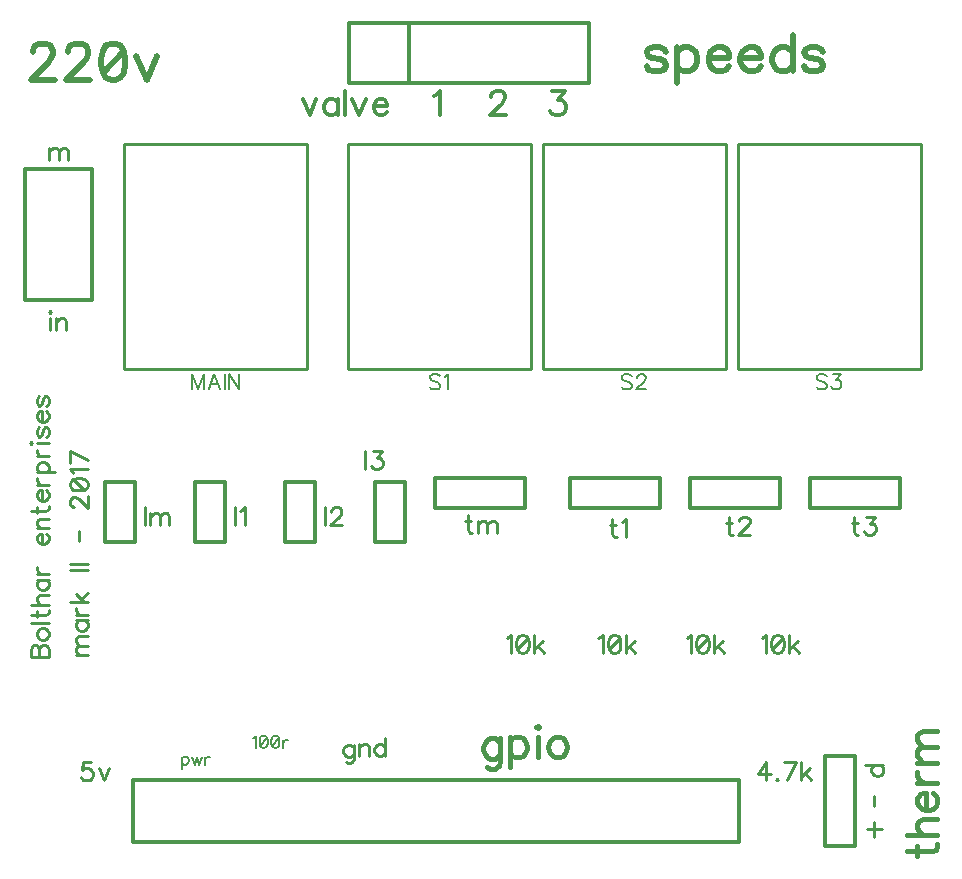
<source format=gto>
G04 DipTrace 3.1.0.1*
G04 Controller.GTO*
%MOMM*%
G04 #@! TF.FileFunction,Legend,Top*
G04 #@! TF.Part,Single*
%ADD10C,0.25*%
%ADD15C,0.3*%
%ADD30C,0.19608*%
%ADD31C,0.23529*%
%ADD32C,0.39216*%
%ADD33C,0.47059*%
%ADD34C,0.31373*%
%ADD35C,0.15686*%
%FSLAX35Y35*%
G04*
G71*
G90*
G75*
G01*
G04 TopSilk*
%LPD*%
X2025167Y5349793D2*
D10*
Y7259793D1*
X3575167D1*
Y5349793D1*
X2025167D1*
X3914293D2*
Y7259793D1*
X5464293D1*
Y5349793D1*
X3914293D1*
X5565293D2*
Y7259793D1*
X7115293D1*
Y5349793D1*
X5565293D1*
X7216293D2*
Y7259793D1*
X8766293D1*
Y5349793D1*
X7216293D1*
X3927293Y8283793D2*
D15*
X5959293D1*
Y7775793D1*
X3927293D1*
Y8283793D1*
X2101667Y1870297D2*
X7229293D1*
Y1346420D1*
X2101667D1*
Y1870297D1*
X7959543Y2076670D2*
X8213543D1*
Y1314670D1*
X7959543D1*
Y2076670D1*
X4657543Y4426170D2*
X5419543D1*
Y4172170D1*
X4657543D1*
Y4426170D1*
X5800543D2*
X6562543D1*
Y4172170D1*
X5800543D1*
Y4426170D1*
X6816543D2*
X7578543D1*
Y4172170D1*
X6816543D1*
Y4426170D1*
X7832543D2*
X8594543D1*
Y4172170D1*
X7832543D1*
Y4426170D1*
X1863543Y4394420D2*
X2117543D1*
Y3886417D1*
X1863543D1*
Y4394420D1*
X2625543D2*
X2879543D1*
Y3886417D1*
X2625543D1*
Y4394420D1*
X3387543D2*
X3641543D1*
Y3886417D1*
X3387543D1*
Y4394420D1*
X4149543D2*
X4403543D1*
Y3886417D1*
X4149543D1*
Y4394420D1*
X1180920Y7045543D2*
X1752420D1*
Y5934293D1*
X1180920D1*
Y7045543D1*
X4435293Y8267920D2*
Y7775793D1*
X2698736Y5179109D2*
D30*
Y5306718D1*
X2650163Y5179109D1*
X2601590Y5306718D1*
Y5179109D1*
X2835239D2*
X2786525Y5306718D1*
X2737952Y5179109D1*
X2756202Y5221645D2*
X2816989D1*
X2874454Y5306718D2*
Y5179109D1*
X2998743Y5306718D2*
Y5179109D1*
X2913670Y5306718D1*
Y5179109D1*
X4696990Y5288468D2*
X4684917Y5300682D1*
X4666667Y5306718D1*
X4642381D1*
X4624131Y5300682D1*
X4611917Y5288468D1*
Y5276395D1*
X4618094Y5264182D1*
X4624131Y5258145D1*
X4636204Y5252109D1*
X4672704Y5239895D1*
X4684917Y5233859D1*
X4690954Y5227682D1*
X4696990Y5215609D1*
Y5197359D1*
X4684917Y5185286D1*
X4666667Y5179109D1*
X4642381D1*
X4624131Y5185286D1*
X4611917Y5197359D1*
X4736206Y5282291D2*
X4748419Y5288468D1*
X4766669Y5306578D1*
Y5179109D1*
X6320685Y5288468D2*
X6308612Y5300682D1*
X6290362Y5306718D1*
X6266076D1*
X6247826Y5300682D1*
X6235612Y5288468D1*
Y5276395D1*
X6241789Y5264182D1*
X6247826Y5258145D1*
X6259899Y5252109D1*
X6296399Y5239895D1*
X6308612Y5233859D1*
X6314649Y5227682D1*
X6320685Y5215609D1*
Y5197359D1*
X6308612Y5185286D1*
X6290362Y5179109D1*
X6266076D1*
X6247826Y5185286D1*
X6235612Y5197359D1*
X6366078Y5276255D2*
Y5282291D1*
X6372115Y5294505D1*
X6378151Y5300541D1*
X6390365Y5306578D1*
X6414651D1*
X6426724Y5300541D1*
X6432761Y5294505D1*
X6438938Y5282291D1*
Y5270218D1*
X6432761Y5258005D1*
X6420688Y5239895D1*
X6359901Y5179109D1*
X6444974D1*
X7971685Y5288468D2*
X7959612Y5300682D1*
X7941362Y5306718D1*
X7917076D1*
X7898826Y5300682D1*
X7886612Y5288468D1*
Y5276395D1*
X7892789Y5264182D1*
X7898826Y5258145D1*
X7910899Y5252109D1*
X7947399Y5239895D1*
X7959612Y5233859D1*
X7965649Y5227682D1*
X7971685Y5215609D1*
Y5197359D1*
X7959612Y5185286D1*
X7941362Y5179109D1*
X7917076D1*
X7898826Y5185286D1*
X7886612Y5197359D1*
X8023115Y5306578D2*
X8089797D1*
X8053438Y5258005D1*
X8071688D1*
X8083761Y5251968D1*
X8089797Y5245932D1*
X8095974Y5227682D1*
Y5215609D1*
X8089797Y5197359D1*
X8077724Y5185145D1*
X8059474Y5179109D1*
X8041224D1*
X8023115Y5185145D1*
X8017078Y5191322D1*
X8010901Y5203395D1*
X2196918Y4179863D2*
D31*
Y4026732D1*
X2243977Y4128819D2*
Y4026732D1*
Y4099676D2*
X2265877Y4121576D1*
X2280533Y4128819D1*
X2302265D1*
X2316921Y4121576D1*
X2324165Y4099676D1*
Y4026732D1*
Y4099676D2*
X2346065Y4121576D1*
X2360721Y4128819D1*
X2382452D1*
X2397108Y4121576D1*
X2404521Y4099676D1*
Y4026732D1*
X2958918Y4179863D2*
Y4026732D1*
X3005977Y4150551D2*
X3020633Y4157963D1*
X3042533Y4179695D1*
Y4026732D1*
X5207980Y2222634D2*
D32*
Y2028061D1*
X5195907Y1991841D1*
X5183834Y1979488D1*
X5159407Y1967414D1*
X5122907D1*
X5098761Y1979488D1*
X5207980Y2186134D2*
X5183834Y2210280D1*
X5159407Y2222634D1*
X5122907D1*
X5098761Y2210280D1*
X5074334Y2186134D1*
X5062261Y2149634D1*
Y2125207D1*
X5074334Y2088988D1*
X5098761Y2064561D1*
X5122907Y2052488D1*
X5159407D1*
X5183834Y2064561D1*
X5207980Y2088988D1*
X5286412Y2234707D2*
Y1979488D1*
Y2198207D2*
X5310839Y2222353D1*
X5334985Y2234707D1*
X5371485D1*
X5395912Y2222353D1*
X5420058Y2198207D1*
X5432412Y2161707D1*
Y2137280D1*
X5420058Y2101061D1*
X5395912Y2076634D1*
X5371485Y2064561D1*
X5334985D1*
X5310839Y2076634D1*
X5286412Y2101061D1*
X5510843Y2319780D2*
X5522916Y2307707D1*
X5535270Y2319780D1*
X5522916Y2332134D1*
X5510843Y2319780D1*
X5522916Y2234707D2*
Y2064561D1*
X5674348Y2234707D2*
X5650201Y2222634D1*
X5625775Y2198207D1*
X5613701Y2161707D1*
Y2137561D1*
X5625775Y2101061D1*
X5650201Y2076914D1*
X5674348Y2064561D1*
X5710848D1*
X5735275Y2076914D1*
X5759421Y2101061D1*
X5771775Y2137561D1*
Y2161707D1*
X5759421Y2198207D1*
X5735275Y2222634D1*
X5710848Y2234707D1*
X5674348D1*
X3720918Y4179863D2*
D31*
Y4026732D1*
X3775389Y4143307D2*
Y4150551D1*
X3782633Y4165207D1*
X3789877Y4172451D1*
X3804533Y4179695D1*
X3833677D1*
X3848165Y4172451D1*
X3855408Y4165207D1*
X3862821Y4150551D1*
Y4136063D1*
X3855408Y4121407D1*
X3840921Y4099676D1*
X3767977Y4026732D1*
X3870065D1*
X4066058Y4656117D2*
Y4502985D1*
X4127773Y4655948D2*
X4207792D1*
X4164161Y4597660D1*
X4186061D1*
X4200548Y4590417D1*
X4207792Y4583173D1*
X4215205Y4561273D1*
Y4546785D1*
X4207792Y4524885D1*
X4193305Y4510229D1*
X4171405Y4502985D1*
X4149505D1*
X4127773Y4510229D1*
X4120529Y4517641D1*
X4113117Y4532129D1*
X1247291Y8031661D2*
D33*
Y8046149D1*
X1261778Y8075461D1*
X1276266Y8089949D1*
X1305578Y8104436D1*
X1363866D1*
X1392841Y8089949D1*
X1407329Y8075461D1*
X1422154Y8046149D1*
Y8017173D1*
X1407329Y7987861D1*
X1378354Y7944398D1*
X1232466Y7798510D1*
X1436641D1*
X1545584Y8031661D2*
Y8046149D1*
X1560071Y8075461D1*
X1574559Y8089949D1*
X1603871Y8104436D1*
X1662159D1*
X1691134Y8089949D1*
X1705622Y8075461D1*
X1720447Y8046149D1*
Y8017173D1*
X1705622Y7987861D1*
X1676647Y7944398D1*
X1530759Y7798510D1*
X1734934D1*
X1916652Y8104436D2*
X1872852Y8089949D1*
X1843540Y8046149D1*
X1829052Y7973373D1*
Y7929573D1*
X1843540Y7856798D1*
X1872852Y7812998D1*
X1916652Y7798510D1*
X1945628D1*
X1989428Y7812998D1*
X2018403Y7856798D1*
X2033228Y7929573D1*
Y7973373D1*
X2018403Y8046149D1*
X1989428Y8089949D1*
X1945628Y8104436D1*
X1916652D1*
X2018403Y8046149D2*
X1843540Y7856798D1*
X2127345Y8002685D2*
X2214945Y7798510D1*
X2302208Y8002685D1*
X1744600Y2020698D2*
D31*
X1671824D1*
X1664580Y1955167D1*
X1671824Y1962410D1*
X1693724Y1969823D1*
X1715456D1*
X1737356Y1962410D1*
X1752012Y1947923D1*
X1759256Y1926023D1*
Y1911535D1*
X1752012Y1889635D1*
X1737356Y1874979D1*
X1715456Y1867735D1*
X1693724D1*
X1671824Y1874979D1*
X1664580Y1882391D1*
X1657168Y1896879D1*
X1806315Y1969823D2*
X1850115Y1867735D1*
X1893746Y1969823D1*
X4933445Y4116370D2*
Y3992382D1*
X4940689Y3970651D1*
X4955345Y3963238D1*
X4969832D1*
X4911545Y4065326D2*
X4962589D1*
X5016891D2*
Y3963238D1*
Y4036182D2*
X5038791Y4058082D1*
X5053447Y4065326D1*
X5075179D1*
X5089835Y4058082D1*
X5097079Y4036182D1*
Y3963238D1*
Y4036182D2*
X5118979Y4058082D1*
X5133635Y4065326D1*
X5155367D1*
X5170023Y4058082D1*
X5177435Y4036182D1*
Y3963238D1*
X6155818Y4084620D2*
Y3960632D1*
X6163062Y3938901D1*
X6177718Y3931488D1*
X6192206D1*
X6133918Y4033576D2*
X6184962D1*
X6239265Y4055308D2*
X6253921Y4062720D1*
X6275821Y4084451D1*
Y3931488D1*
X7140068Y4100493D2*
Y3976506D1*
X7147312Y3954774D1*
X7161968Y3947362D1*
X7176456D1*
X7118168Y4049449D2*
X7169212D1*
X7230927Y4063937D2*
Y4071181D1*
X7238171Y4085837D1*
X7245415Y4093081D1*
X7260071Y4100325D1*
X7289215D1*
X7303702Y4093081D1*
X7310946Y4085837D1*
X7318358Y4071181D1*
Y4056693D1*
X7310946Y4042037D1*
X7296458Y4020306D1*
X7223515Y3947362D1*
X7325602D1*
X8203695Y4100493D2*
Y3976506D1*
X8210939Y3954774D1*
X8225595Y3947362D1*
X8240082D1*
X8181795Y4049449D2*
X8232839D1*
X8301797Y4100325D2*
X8381817D1*
X8338185Y4042037D1*
X8360085D1*
X8374573Y4034793D1*
X8381817Y4027549D1*
X8389229Y4005649D1*
Y3991162D1*
X8381817Y3969262D1*
X8367329Y3954606D1*
X8345429Y3947362D1*
X8323529D1*
X8301797Y3954606D1*
X8294554Y3962018D1*
X8287141Y3976506D1*
X5260795Y3071058D2*
X5275451Y3078470D1*
X5297351Y3100201D1*
Y2947238D1*
X5388210Y3100201D2*
X5366310Y3092958D1*
X5351654Y3071058D1*
X5344410Y3034670D1*
Y3012770D1*
X5351654Y2976382D1*
X5366310Y2954482D1*
X5388210Y2947238D1*
X5402697D1*
X5424597Y2954482D1*
X5439085Y2976382D1*
X5446497Y3012770D1*
Y3034670D1*
X5439085Y3071058D1*
X5424597Y3092958D1*
X5402697Y3100201D1*
X5388210D1*
X5439085Y3071058D2*
X5351654Y2976382D1*
X5493556Y3100370D2*
Y2947238D1*
X5566500Y3049326D2*
X5493556Y2976382D1*
X5522700Y3005526D2*
X5573744Y2947238D1*
X6038668Y3071058D2*
X6053324Y3078470D1*
X6075224Y3100201D1*
Y2947238D1*
X6166083Y3100201D2*
X6144183Y3092958D1*
X6129527Y3071058D1*
X6122283Y3034670D1*
Y3012770D1*
X6129527Y2976382D1*
X6144183Y2954482D1*
X6166083Y2947238D1*
X6180571D1*
X6202471Y2954482D1*
X6216958Y2976382D1*
X6224371Y3012770D1*
Y3034670D1*
X6216958Y3071058D1*
X6202471Y3092958D1*
X6180571Y3100201D1*
X6166083D1*
X6216958Y3071058D2*
X6129527Y2976382D1*
X6271430Y3100370D2*
Y2947238D1*
X6344373Y3049326D2*
X6271430Y2976382D1*
X6300573Y3005526D2*
X6351617Y2947238D1*
X6784795Y3071058D2*
X6799451Y3078470D1*
X6821351Y3100201D1*
Y2947238D1*
X6912210Y3100201D2*
X6890310Y3092958D1*
X6875654Y3071058D1*
X6868410Y3034670D1*
Y3012770D1*
X6875654Y2976382D1*
X6890310Y2954482D1*
X6912210Y2947238D1*
X6926697D1*
X6948597Y2954482D1*
X6963085Y2976382D1*
X6970497Y3012770D1*
Y3034670D1*
X6963085Y3071058D1*
X6948597Y3092958D1*
X6926697Y3100201D1*
X6912210D1*
X6963085Y3071058D2*
X6875654Y2976382D1*
X7017556Y3100370D2*
Y2947238D1*
X7090500Y3049326D2*
X7017556Y2976382D1*
X7046700Y3005526D2*
X7097744Y2947238D1*
X7419795Y3071058D2*
X7434451Y3078470D1*
X7456351Y3100201D1*
Y2947238D1*
X7547210Y3100201D2*
X7525310Y3092958D1*
X7510654Y3071058D1*
X7503410Y3034670D1*
Y3012770D1*
X7510654Y2976382D1*
X7525310Y2954482D1*
X7547210Y2947238D1*
X7561697D1*
X7583597Y2954482D1*
X7598085Y2976382D1*
X7605497Y3012770D1*
Y3034670D1*
X7598085Y3071058D1*
X7583597Y3092958D1*
X7561697Y3100201D1*
X7547210D1*
X7598085Y3071058D2*
X7510654Y2976382D1*
X7652556Y3100370D2*
Y2947238D1*
X7725500Y3049326D2*
X7652556Y2976382D1*
X7681700Y3005526D2*
X7732744Y2947238D1*
X8653454Y1266015D2*
D32*
X8860100D1*
X8896319Y1278088D1*
X8908673Y1302515D1*
Y1326661D1*
X8738527Y1229515D2*
Y1314588D1*
X8653454Y1405092D2*
X8908673D1*
X8787100D2*
X8750600Y1441592D1*
X8738527Y1466019D1*
Y1502519D1*
X8750600Y1526665D1*
X8787100Y1538738D1*
X8908673D1*
X8811527Y1617170D2*
Y1762889D1*
X8787100D1*
X8762673Y1750816D1*
X8750600Y1738743D1*
X8738527Y1714316D1*
Y1677816D1*
X8750600Y1653670D1*
X8775027Y1629243D1*
X8811527Y1617170D1*
X8835673D1*
X8872173Y1629243D1*
X8896319Y1653670D1*
X8908673Y1677816D1*
Y1714316D1*
X8896319Y1738743D1*
X8872173Y1762889D1*
X8738527Y1841320D2*
X8908673D1*
X8811527D2*
X8775027Y1853674D1*
X8750600Y1877820D1*
X8738527Y1902247D1*
Y1938747D1*
Y2017178D2*
X8908673D1*
X8787100D2*
X8750600Y2053678D1*
X8738527Y2078105D1*
Y2114325D1*
X8750600Y2138752D1*
X8787100Y2150825D1*
X8908673D1*
X8787100D2*
X8750600Y2187325D1*
X8738527Y2211752D1*
Y2247971D1*
X8750600Y2272398D1*
X8787100Y2284752D1*
X8908673D1*
X7460989Y1867735D2*
D31*
Y2020698D1*
X7388045Y1918779D1*
X7497376D1*
X7551679Y1882391D2*
X7544435Y1874979D1*
X7551679Y1867735D1*
X7559091Y1874979D1*
X7551679Y1882391D1*
X7635294Y1867735D2*
X7708238Y2020698D1*
X7606150D1*
X7755297Y2020867D2*
Y1867735D1*
X7828240Y1969823D2*
X7755297Y1896879D1*
X7784440Y1926023D2*
X7835484Y1867735D1*
X8374326Y1517706D2*
Y1386474D1*
X8308795Y1452006D2*
X8440026D1*
X1231670Y2909875D2*
X1384802D1*
Y2975575D1*
X1377389Y2997475D1*
X1370146Y3004719D1*
X1355658Y3011963D1*
X1333758D1*
X1319102Y3004719D1*
X1311858Y2997475D1*
X1304614Y2975575D1*
X1297202Y2997475D1*
X1289958Y3004719D1*
X1275470Y3011963D1*
X1260814D1*
X1246326Y3004719D1*
X1238914Y2997475D1*
X1231670Y2975575D1*
Y2909875D1*
X1304614D2*
Y2975575D1*
X1282714Y3095409D2*
X1289958Y3080921D1*
X1304614Y3066265D1*
X1326514Y3059021D1*
X1341002D1*
X1362902Y3066265D1*
X1377389Y3080921D1*
X1384802Y3095409D1*
Y3117309D1*
X1377389Y3131965D1*
X1362902Y3146453D1*
X1341002Y3153865D1*
X1326514D1*
X1304614Y3146453D1*
X1289958Y3131965D1*
X1282714Y3117309D1*
Y3095409D1*
X1231670Y3200924D2*
X1384802D1*
X1231670Y3269883D2*
X1355658D1*
X1377389Y3277127D1*
X1384802Y3291783D1*
Y3306270D1*
X1282714Y3247983D2*
Y3299027D1*
X1231670Y3353329D2*
X1384802D1*
X1311858D2*
X1289958Y3375229D1*
X1282714Y3389885D1*
Y3411785D1*
X1289958Y3426273D1*
X1311858Y3433517D1*
X1384802D1*
X1282714Y3568007D2*
X1384802D1*
X1304614D2*
X1289958Y3553520D1*
X1282714Y3538863D1*
Y3517132D1*
X1289958Y3502476D1*
X1304614Y3487988D1*
X1326514Y3480576D1*
X1341002D1*
X1362902Y3487988D1*
X1377389Y3502476D1*
X1384802Y3517132D1*
Y3538863D1*
X1377389Y3553520D1*
X1362902Y3568007D1*
X1282714Y3615066D2*
X1384802D1*
X1326514D2*
X1304614Y3622478D1*
X1289958Y3636966D1*
X1282714Y3651622D1*
Y3673522D1*
X1326514Y3868717D2*
Y3956148D1*
X1311858D1*
X1297202Y3948905D1*
X1289958Y3941661D1*
X1282714Y3927005D1*
Y3905105D1*
X1289958Y3890617D1*
X1304614Y3875961D1*
X1326514Y3868717D1*
X1341002D1*
X1362902Y3875961D1*
X1377389Y3890617D1*
X1384802Y3905105D1*
Y3927005D1*
X1377389Y3941661D1*
X1362902Y3956148D1*
X1282714Y4003207D2*
X1384802D1*
X1311858D2*
X1289958Y4025107D1*
X1282714Y4039763D1*
Y4061495D1*
X1289958Y4076151D1*
X1311858Y4083395D1*
X1384802D1*
X1231670Y4152354D2*
X1355658D1*
X1377389Y4159598D1*
X1384802Y4174254D1*
Y4188741D1*
X1282714Y4130454D2*
Y4181498D1*
X1326514Y4235800D2*
Y4323232D1*
X1311858D1*
X1297202Y4315988D1*
X1289958Y4308744D1*
X1282714Y4294088D1*
Y4272188D1*
X1289958Y4257700D1*
X1304614Y4243044D1*
X1326514Y4235800D1*
X1341002D1*
X1362902Y4243044D1*
X1377389Y4257700D1*
X1384802Y4272188D1*
Y4294088D1*
X1377389Y4308744D1*
X1362902Y4323232D1*
X1282714Y4370291D2*
X1384802D1*
X1326514D2*
X1304614Y4377703D1*
X1289958Y4392191D1*
X1282714Y4406847D1*
Y4428747D1*
Y4475806D2*
X1435845D1*
X1304614D2*
X1290126Y4490462D1*
X1282714Y4504949D1*
Y4526849D1*
X1290126Y4541506D1*
X1304614Y4555993D1*
X1326514Y4563406D1*
X1341170D1*
X1362902Y4555993D1*
X1377558Y4541506D1*
X1384802Y4526849D1*
Y4504949D1*
X1377558Y4490462D1*
X1362902Y4475806D1*
X1282714Y4610464D2*
X1384802D1*
X1326514D2*
X1304614Y4617877D1*
X1289958Y4632364D1*
X1282714Y4647021D1*
Y4668921D1*
X1231670Y4715979D2*
X1238914Y4723223D1*
X1231670Y4730636D1*
X1224258Y4723223D1*
X1231670Y4715979D1*
X1282714Y4723223D2*
X1384802D1*
X1304614Y4857882D2*
X1289958Y4850638D1*
X1282714Y4828738D1*
Y4806838D1*
X1289958Y4784938D1*
X1304614Y4777694D1*
X1319102Y4784938D1*
X1326514Y4799594D1*
X1333758Y4835982D1*
X1341002Y4850638D1*
X1355658Y4857882D1*
X1362902D1*
X1377389Y4850638D1*
X1384802Y4828738D1*
Y4806838D1*
X1377389Y4784938D1*
X1362902Y4777694D1*
X1326514Y4904941D2*
Y4992372D1*
X1311858D1*
X1297202Y4985129D1*
X1289958Y4977885D1*
X1282714Y4963229D1*
Y4941329D1*
X1289958Y4926841D1*
X1304614Y4912185D1*
X1326514Y4904941D1*
X1341002D1*
X1362902Y4912185D1*
X1377389Y4926841D1*
X1384802Y4941329D1*
Y4963229D1*
X1377389Y4977885D1*
X1362902Y4992372D1*
X1304614Y5119619D2*
X1289958Y5112375D1*
X1282714Y5090475D1*
Y5068575D1*
X1289958Y5046675D1*
X1304614Y5039431D1*
X1319102Y5046675D1*
X1326514Y5061331D1*
X1333758Y5097719D1*
X1341002Y5112375D1*
X1355658Y5119619D1*
X1362902D1*
X1377389Y5112375D1*
X1384802Y5090475D1*
Y5068575D1*
X1377389Y5046675D1*
X1362902Y5039431D1*
X1613674Y2928165D2*
X1715762D1*
X1642818D2*
X1620918Y2950065D1*
X1613674Y2964721D1*
Y2986453D1*
X1620918Y3001109D1*
X1642818Y3008353D1*
X1715762D1*
X1642818D2*
X1620918Y3030253D1*
X1613674Y3044909D1*
Y3066640D1*
X1620918Y3081296D1*
X1642818Y3088709D1*
X1715762D1*
X1613674Y3223199D2*
X1715762D1*
X1635574D2*
X1620918Y3208711D1*
X1613674Y3194055D1*
Y3172324D1*
X1620918Y3157667D1*
X1635574Y3143180D1*
X1657474Y3135767D1*
X1671962D1*
X1693862Y3143180D1*
X1708349Y3157667D1*
X1715762Y3172324D1*
Y3194055D1*
X1708349Y3208711D1*
X1693862Y3223199D1*
X1613674Y3270258D2*
X1715762D1*
X1657474D2*
X1635574Y3277670D1*
X1620918Y3292158D1*
X1613674Y3306814D1*
Y3328714D1*
X1562630Y3375773D2*
X1715762D1*
X1613674Y3448717D2*
X1686618Y3375773D1*
X1657474Y3404917D2*
X1715762Y3455960D1*
X1562630Y3651155D2*
X1715762D1*
X1562630Y3698214D2*
X1715762D1*
X1639280Y3893408D2*
Y3977639D1*
X1599186Y4180246D2*
X1591942D1*
X1577286Y4187490D1*
X1570042Y4194734D1*
X1562799Y4209390D1*
Y4238534D1*
X1570042Y4253021D1*
X1577286Y4260265D1*
X1591942Y4267678D1*
X1606430D1*
X1621086Y4260265D1*
X1642818Y4245778D1*
X1715762Y4172834D1*
Y4274921D1*
X1562799Y4365780D2*
X1570042Y4343880D1*
X1591942Y4329224D1*
X1628330Y4321980D1*
X1650230D1*
X1686618Y4329224D1*
X1708518Y4343880D1*
X1715762Y4365780D1*
Y4380268D1*
X1708518Y4402168D1*
X1686618Y4416656D1*
X1650230Y4424068D1*
X1628330D1*
X1591942Y4416656D1*
X1570042Y4402168D1*
X1562799Y4380268D1*
Y4365780D1*
X1591942Y4416656D2*
X1686618Y4329224D1*
X1591942Y4471127D2*
X1584530Y4485783D1*
X1562799Y4507683D1*
X1715762D1*
Y4583886D2*
X1562799Y4656829D1*
Y4554742D1*
X1387295Y5830867D2*
X1394539Y5823623D1*
X1401951Y5830867D1*
X1394539Y5838279D1*
X1387295Y5830867D1*
X1394539Y5779823D2*
Y5677735D1*
X1449010Y5779823D2*
Y5677735D1*
Y5750679D2*
X1470910Y5772579D1*
X1485566Y5779823D1*
X1507297D1*
X1521954Y5772579D1*
X1529197Y5750679D1*
Y5677735D1*
X1387288Y7224446D2*
Y7122358D1*
Y7195302D2*
X1409188Y7217202D1*
X1423844Y7224446D1*
X1445576D1*
X1460232Y7217202D1*
X1467476Y7195302D1*
Y7122358D1*
Y7195302D2*
X1489376Y7217202D1*
X1504032Y7224446D1*
X1525763D1*
X1540420Y7217202D1*
X1547832Y7195302D1*
Y7122358D1*
X3534336Y7634708D2*
D34*
X3592736Y7498591D1*
X3650912Y7634708D1*
X3830232D2*
Y7498591D1*
Y7605508D2*
X3810915Y7625050D1*
X3791374Y7634708D1*
X3762398D1*
X3742857Y7625050D1*
X3723540Y7605508D1*
X3713657Y7576308D1*
Y7556991D1*
X3723540Y7527791D1*
X3742857Y7508474D1*
X3762398Y7498591D1*
X3791374D1*
X3810915Y7508474D1*
X3830232Y7527791D1*
X3892977Y7702767D2*
Y7498591D1*
X3955722Y7634708D2*
X4014122Y7498591D1*
X4072298Y7634708D1*
X4135043Y7576308D2*
X4251618D1*
Y7595850D1*
X4241960Y7615391D1*
X4232301Y7625050D1*
X4212760Y7634708D1*
X4183560D1*
X4164243Y7625050D1*
X4144701Y7605508D1*
X4135043Y7576308D1*
Y7556991D1*
X4144701Y7527791D1*
X4164243Y7508474D1*
X4183560Y7498591D1*
X4212760D1*
X4232301Y7508474D1*
X4251618Y7527791D1*
X4645590Y7663677D2*
X4665131Y7673560D1*
X4694331Y7702535D1*
Y7498584D1*
X5131723Y7654018D2*
Y7663677D1*
X5141381Y7683218D1*
X5151040Y7692877D1*
X5170581Y7702535D1*
X5209440D1*
X5228757Y7692877D1*
X5238415Y7683218D1*
X5248298Y7663677D1*
Y7644360D1*
X5238415Y7624818D1*
X5219098Y7595843D1*
X5121840Y7498584D1*
X5257957D1*
X5649381Y7702535D2*
X5756073D1*
X5697898Y7624818D1*
X5727098D1*
X5746415Y7615160D1*
X5756073Y7605501D1*
X5765957Y7576301D1*
Y7556984D1*
X5756073Y7527784D1*
X5736757Y7508243D1*
X5707557Y7498584D1*
X5678357D1*
X5649381Y7508243D1*
X5639723Y7518126D1*
X5629840Y7537443D1*
X6607685Y8030415D2*
D33*
X6593197Y8059728D1*
X6549397Y8074215D1*
X6505597D1*
X6461797Y8059728D1*
X6447309Y8030415D1*
X6461797Y8001440D1*
X6491109Y7986615D1*
X6563885Y7972128D1*
X6593197Y7957640D1*
X6607685Y7928328D1*
Y7913840D1*
X6593197Y7884865D1*
X6549397Y7870040D1*
X6505597D1*
X6461797Y7884865D1*
X6447309Y7913840D1*
X6701802Y8074215D2*
Y7767952D1*
Y8030415D2*
X6731115Y8059391D1*
X6760090Y8074215D1*
X6803890D1*
X6833202Y8059391D1*
X6862178Y8030415D1*
X6877002Y7986615D1*
Y7957303D1*
X6862178Y7913840D1*
X6833202Y7884528D1*
X6803890Y7870040D1*
X6760090D1*
X6731115Y7884528D1*
X6701802Y7913840D1*
X6971120Y7986615D2*
X7145983D1*
Y8015928D1*
X7131495Y8045240D1*
X7117008Y8059728D1*
X7087695Y8074215D1*
X7043895D1*
X7014920Y8059728D1*
X6985608Y8030415D1*
X6971120Y7986615D1*
Y7957640D1*
X6985608Y7913840D1*
X7014920Y7884865D1*
X7043895Y7870040D1*
X7087695D1*
X7117008Y7884865D1*
X7145983Y7913840D1*
X7240101Y7986615D2*
X7414964D1*
Y8015928D1*
X7400476Y8045240D1*
X7385989Y8059728D1*
X7356676Y8074215D1*
X7312876D1*
X7283901Y8059728D1*
X7254589Y8030415D1*
X7240101Y7986615D1*
Y7957640D1*
X7254589Y7913840D1*
X7283901Y7884865D1*
X7312876Y7870040D1*
X7356676D1*
X7385989Y7884865D1*
X7414964Y7913840D1*
X7683945Y8176303D2*
Y7870040D1*
Y8030415D2*
X7654969Y8059728D1*
X7625657Y8074215D1*
X7581857D1*
X7552882Y8059728D1*
X7523569Y8030415D1*
X7509082Y7986615D1*
Y7957640D1*
X7523569Y7913840D1*
X7552882Y7884865D1*
X7581857Y7870040D1*
X7625657D1*
X7654969Y7884865D1*
X7683945Y7913840D1*
X7938438Y8030415D2*
X7923950Y8059728D1*
X7880150Y8074215D1*
X7836350D1*
X7792550Y8059728D1*
X7778062Y8030415D1*
X7792550Y8001440D1*
X7821862Y7986615D1*
X7894638Y7972128D1*
X7923950Y7957640D1*
X7938438Y7928328D1*
Y7913840D1*
X7923950Y7884865D1*
X7880150Y7870040D1*
X7836350D1*
X7792550Y7884865D1*
X7778062Y7913840D1*
X3967100Y2168952D2*
D31*
Y2052208D1*
X3959856Y2030477D1*
X3952612Y2023065D1*
X3937956Y2015821D1*
X3916056D1*
X3901568Y2023065D1*
X3967100Y2147052D2*
X3952612Y2161540D1*
X3937956Y2168952D1*
X3916056D1*
X3901568Y2161540D1*
X3886912Y2147052D1*
X3879668Y2125152D1*
Y2110496D1*
X3886912Y2088765D1*
X3901568Y2074108D1*
X3916056Y2066865D1*
X3937956D1*
X3952612Y2074108D1*
X3967100Y2088765D1*
X4014158Y2176196D2*
Y2074108D1*
Y2147052D2*
X4036058Y2168952D1*
X4050715Y2176196D1*
X4072446D1*
X4087102Y2168952D1*
X4094346Y2147052D1*
Y2074108D1*
X4228836Y2227240D2*
Y2074108D1*
Y2154296D2*
X4214349Y2168952D1*
X4199693Y2176196D1*
X4177793D1*
X4163305Y2168952D1*
X4148649Y2154296D1*
X4141405Y2132396D1*
Y2117908D1*
X4148649Y2096008D1*
X4163305Y2081521D1*
X4177793Y2074108D1*
X4199693D1*
X4214349Y2081521D1*
X4228836Y2096008D1*
X2510496Y2067567D2*
D35*
Y1965480D1*
Y2052967D2*
X2520267Y2062626D1*
X2529926Y2067567D1*
X2544526D1*
X2554296Y2062626D1*
X2563955Y2052967D1*
X2568896Y2038367D1*
Y2028597D1*
X2563955Y2014109D1*
X2554296Y2004338D1*
X2544526Y1999509D1*
X2529926D1*
X2520267Y2004338D1*
X2510496Y2014109D1*
X2600269Y2067567D2*
X2619698Y1999509D1*
X2639127Y2067567D1*
X2658557Y1999509D1*
X2677986Y2067567D1*
X2709358D2*
Y1999509D1*
Y2038367D2*
X2714300Y2052967D1*
X2723958Y2062738D1*
X2733729Y2067567D1*
X2748329D1*
X3113746Y2224928D2*
X3123517Y2229870D1*
X3138117Y2244358D1*
Y2142382D1*
X3198690Y2244358D2*
X3184090Y2239528D1*
X3174319Y2224928D1*
X3169490Y2200670D1*
Y2186070D1*
X3174319Y2161811D1*
X3184090Y2147211D1*
X3198690Y2142382D1*
X3208348D1*
X3222948Y2147211D1*
X3232607Y2161811D1*
X3237548Y2186070D1*
Y2200670D1*
X3232607Y2224928D1*
X3222948Y2239528D1*
X3208348Y2244358D1*
X3198690D1*
X3232607Y2224928D2*
X3174319Y2161811D1*
X3298121Y2244358D2*
X3283521Y2239528D1*
X3273750Y2224928D1*
X3268921Y2200670D1*
Y2186070D1*
X3273750Y2161811D1*
X3283521Y2147211D1*
X3298121Y2142382D1*
X3307779D1*
X3322379Y2147211D1*
X3332038Y2161811D1*
X3336979Y2186070D1*
Y2200670D1*
X3332038Y2224928D1*
X3322379Y2239528D1*
X3307779Y2244358D1*
X3298121D1*
X3332038Y2224928D2*
X3273750Y2161811D1*
X3368352Y2210441D2*
Y2142382D1*
Y2181241D2*
X3373293Y2195841D1*
X3382952Y2205611D1*
X3392723Y2210441D1*
X3407323D1*
X8373563Y1654878D2*
D31*
X8373564Y1739109D1*
X8298514Y1994710D2*
X8451645D1*
X8371457D2*
X8356801Y1980222D1*
X8349557Y1965566D1*
Y1943666D1*
X8356801Y1929178D1*
X8371457Y1914522D1*
X8393357Y1907278D1*
X8407845D1*
X8429745Y1914522D1*
X8444233Y1929178D1*
X8451645Y1943666D1*
Y1965566D1*
X8444233Y1980222D1*
X8429745Y1994710D1*
M02*

</source>
